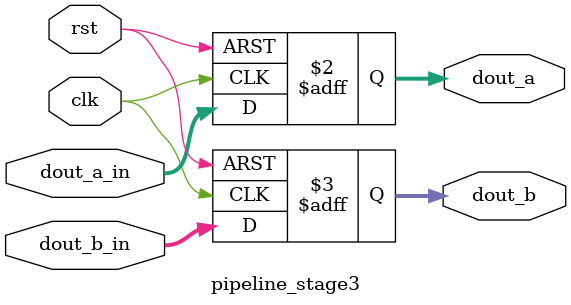
<source format=sv>
module sync_dual_port_ram #(
    parameter DATA_WIDTH = 8,
    parameter ADDR_WIDTH = 8
)(
    input wire clk,
    input wire rst,
    input wire we_a, we_b,
    input wire [ADDR_WIDTH-1:0] addr_a, addr_b,
    input wire [DATA_WIDTH-1:0] din_a, din_b,
    output reg [DATA_WIDTH-1:0] dout_a, dout_b
);

    // 内部信号
    wire [ADDR_WIDTH-1:0] addr_a_stage1, addr_b_stage1;
    wire we_a_stage1, we_b_stage1;
    wire [DATA_WIDTH-1:0] din_a_stage1, din_b_stage1;
    
    wire [ADDR_WIDTH-1:0] addr_a_stage2, addr_b_stage2;
    wire we_a_stage2, we_b_stage2;
    wire [DATA_WIDTH-1:0] din_a_stage2, din_b_stage2;
    wire [DATA_WIDTH-1:0] dout_a_stage2, dout_b_stage2;

    // 实例化流水线阶段模块
    pipeline_stage1 #(
        .DATA_WIDTH(DATA_WIDTH),
        .ADDR_WIDTH(ADDR_WIDTH)
    ) stage1 (
        .clk(clk),
        .rst(rst),
        .addr_a_in(addr_a),
        .addr_b_in(addr_b),
        .we_a_in(we_a),
        .we_b_in(we_b),
        .din_a_in(din_a),
        .din_b_in(din_b),
        .addr_a_out(addr_a_stage1),
        .addr_b_out(addr_b_stage1),
        .we_a_out(we_a_stage1),
        .we_b_out(we_b_stage1),
        .din_a_out(din_a_stage1),
        .din_b_out(din_b_stage1)
    );

    pipeline_stage2 #(
        .DATA_WIDTH(DATA_WIDTH),
        .ADDR_WIDTH(ADDR_WIDTH)
    ) stage2 (
        .clk(clk),
        .rst(rst),
        .addr_a_in(addr_a_stage1),
        .addr_b_in(addr_b_stage1),
        .we_a_in(we_a_stage1),
        .we_b_in(we_b_stage1),
        .din_a_in(din_a_stage1),
        .din_b_in(din_b_stage1),
        .addr_a_out(addr_a_stage2),
        .addr_b_out(addr_b_stage2),
        .we_a_out(we_a_stage2),
        .we_b_out(we_b_stage2),
        .din_a_out(din_a_stage2),
        .din_b_out(din_b_stage2),
        .dout_a(dout_a_stage2),
        .dout_b(dout_b_stage2)
    );

    pipeline_stage3 #(
        .DATA_WIDTH(DATA_WIDTH)
    ) stage3 (
        .clk(clk),
        .rst(rst),
        .dout_a_in(dout_a_stage2),
        .dout_b_in(dout_b_stage2),
        .dout_a(dout_a),
        .dout_b(dout_b)
    );

endmodule

// 第一级流水线模块
module pipeline_stage1 #(
    parameter DATA_WIDTH = 8,
    parameter ADDR_WIDTH = 8
)(
    input wire clk,
    input wire rst,
    input wire [ADDR_WIDTH-1:0] addr_a_in, addr_b_in,
    input wire we_a_in, we_b_in,
    input wire [DATA_WIDTH-1:0] din_a_in, din_b_in,
    output reg [ADDR_WIDTH-1:0] addr_a_out, addr_b_out,
    output reg we_a_out, we_b_out,
    output reg [DATA_WIDTH-1:0] din_a_out, din_b_out
);

    // 地址流水线寄存器
    always @(posedge clk or posedge rst) begin
        if (rst) begin
            addr_a_out <= 0;
            addr_b_out <= 0;
        end else begin
            addr_a_out <= addr_a_in;
            addr_b_out <= addr_b_in;
        end
    end

    // 写使能流水线寄存器
    always @(posedge clk or posedge rst) begin
        if (rst) begin
            we_a_out <= 0;
            we_b_out <= 0;
        end else begin
            we_a_out <= we_a_in;
            we_b_out <= we_b_in;
        end
    end

    // 数据输入流水线寄存器
    always @(posedge clk or posedge rst) begin
        if (rst) begin
            din_a_out <= 0;
            din_b_out <= 0;
        end else begin
            din_a_out <= din_a_in;
            din_b_out <= din_b_in;
        end
    end

endmodule

// 第二级流水线模块
module pipeline_stage2 #(
    parameter DATA_WIDTH = 8,
    parameter ADDR_WIDTH = 8
)(
    input wire clk,
    input wire rst,
    input wire [ADDR_WIDTH-1:0] addr_a_in, addr_b_in,
    input wire we_a_in, we_b_in,
    input wire [DATA_WIDTH-1:0] din_a_in, din_b_in,
    output reg [ADDR_WIDTH-1:0] addr_a_out, addr_b_out,
    output reg we_a_out, we_b_out,
    output reg [DATA_WIDTH-1:0] din_a_out, din_b_out,
    output reg [DATA_WIDTH-1:0] dout_a, dout_b
);

    reg [DATA_WIDTH-1:0] ram [(2**ADDR_WIDTH)-1:0];

    // 地址流水线寄存器
    always @(posedge clk or posedge rst) begin
        if (rst) begin
            addr_a_out <= 0;
            addr_b_out <= 0;
        end else begin
            addr_a_out <= addr_a_in;
            addr_b_out <= addr_b_in;
        end
    end

    // 写使能流水线寄存器
    always @(posedge clk or posedge rst) begin
        if (rst) begin
            we_a_out <= 0;
            we_b_out <= 0;
        end else begin
            we_a_out <= we_a_in;
            we_b_out <= we_b_in;
        end
    end

    // 数据输入流水线寄存器
    always @(posedge clk or posedge rst) begin
        if (rst) begin
            din_a_out <= 0;
            din_b_out <= 0;
        end else begin
            din_a_out <= din_a_in;
            din_b_out <= din_b_in;
        end
    end

    // 数据输出流水线寄存器
    always @(posedge clk or posedge rst) begin
        if (rst) begin
            dout_a <= 0;
            dout_b <= 0;
        end else begin
            dout_a <= ram[addr_a_in];
            dout_b <= ram[addr_b_in];
        end
    end

    // RAM写入逻辑
    always @(posedge clk) begin
        if (we_a_in) ram[addr_a_in] <= din_a_in;
        if (we_b_in) ram[addr_b_in] <= din_b_in;
    end

endmodule

// 第三级流水线模块
module pipeline_stage3 #(
    parameter DATA_WIDTH = 8
)(
    input wire clk,
    input wire rst,
    input wire [DATA_WIDTH-1:0] dout_a_in, dout_b_in,
    output reg [DATA_WIDTH-1:0] dout_a, dout_b
);

    // 数据输出流水线寄存器
    always @(posedge clk or posedge rst) begin
        if (rst) begin
            dout_a <= 0;
            dout_b <= 0;
        end else begin
            dout_a <= dout_a_in;
            dout_b <= dout_b_in;
        end
    end

endmodule
</source>
